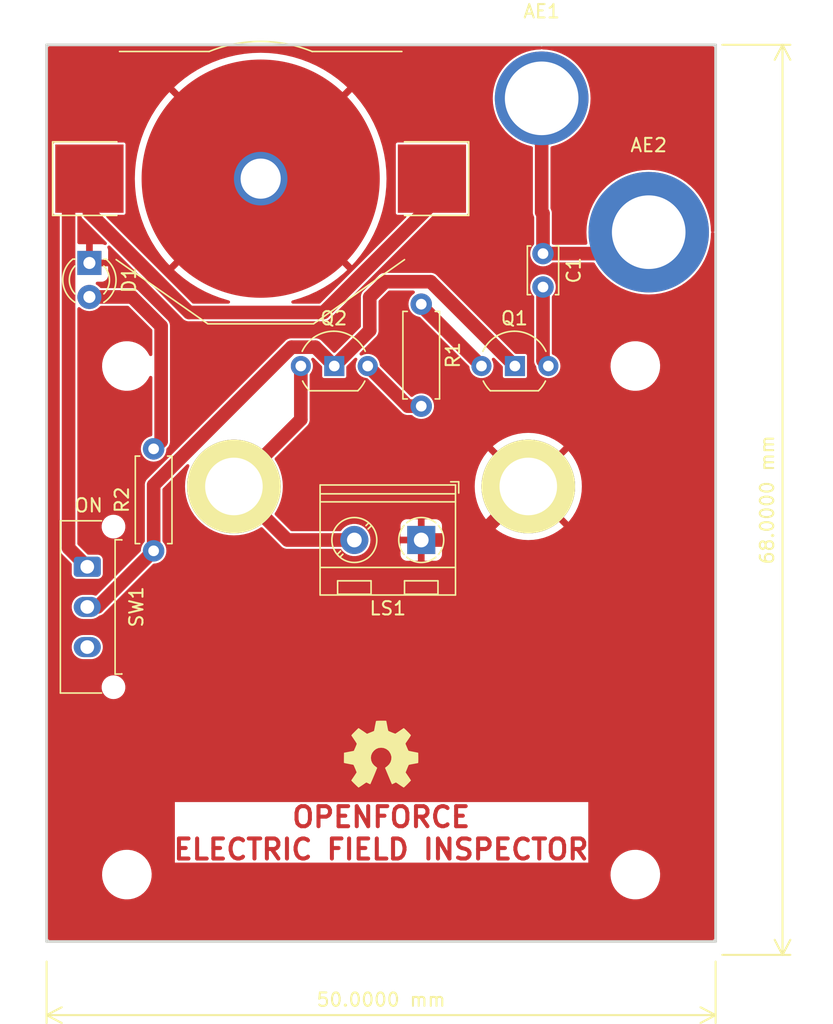
<source format=kicad_pcb>
(kicad_pcb (version 20221018) (generator pcbnew)
  (title_block (date "26 jul 2013"))
  (layers (0 "F.Cu" signal) (31 "B.Cu" signal) (34 "B.Paste" user) (35 "F.Paste" user) (36 "B.SilkS" user "B.Silkscreen") (37 "F.SilkS" user "F.Silkscreen") (38 "B.Mask" user) (39 "F.Mask" user) (44 "Edge.Cuts" user))
  (net 0 "")
  (net 1 "Net-(BT1-+)")
  (net 2 "GND")
  (net 3 "Net-(AE1-A)")
  (net 4 "Net-(Q1-B)")
  (net 5 "Net-(LS1-+)")
  (net 6 "Net-(Q1-C)")
  (net 7 "Net-(Q1-E)")
  (net 8 "Net-(Q2-B)")
  (net 9 "Net-(D1-A)")
  (footprint "TerminalBlock_RND:TerminalBlock_RND_205-00045_1x02_P5.00mm_Horizontal" (layer "F.Cu") (at 128 94 180)
    (fp_text reference "LS1" (at 2.5 -5.11) (layer "F.SilkS"))
    (fp_text value "Earphone")
    (fp_line (start -2.8 3.51) (end -2.8 4.35) (stroke (width 0.12)) (layer "F.SilkS"))
    (fp_line (start -2.8 4.35) (end -2.2 4.35) (stroke (width 0.12)) (layer "F.SilkS"))
    (fp_line (start -2.56 -4.11) (end -2.56 4.11) (stroke (width 0.12)) (layer "F.SilkS"))
    (fp_line (start -2.56 -4.11) (end 7.56 -4.11) (stroke (width 0.12)) (layer "F.SilkS"))
    (fp_line (start -2.56 -2.05) (end 7.56 -2.05) (stroke (width 0.12)) (layer "F.SilkS"))
    (fp_line (start -2.56 2.85) (end 7.56 2.85) (stroke (width 0.12)) (layer "F.SilkS"))
    (fp_line (start -2.56 3.45) (end 7.56 3.45) (stroke (width 0.12)) (layer "F.SilkS"))
    (fp_line (start -2.56 4.11) (end 7.56 4.11) (stroke (width 0.12)) (layer "F.SilkS"))
    (fp_line (start -1.25 -4.05) (end -1.25 -3.05) (stroke (width 0.12)) (layer "F.SilkS"))
    (fp_line (start -1.25 -4.05) (end 1.25 -4.05) (stroke (width 0.12)) (layer "F.SilkS"))
    (fp_line (start -1.25 -3.05) (end 1.25 -3.05) (stroke (width 0.12)) (layer "F.SilkS"))
    (fp_line (start 1.25 -4.05) (end 1.25 -3.05) (stroke (width 0.12)) (layer "F.SilkS"))
    (fp_line (start 3.75 -4.05) (end 3.75 -3.05) (stroke (width 0.12)) (layer "F.SilkS"))
    (fp_line (start 3.75 -4.05) (end 6.25 -4.05) (stroke (width 0.12)) (layer "F.SilkS"))
    (fp_line (start 3.75 -3.05) (end 6.25 -3.05) (stroke (width 0.12)) (layer "F.SilkS"))
    (fp_line (start 3.972 0.823) (end 3.726 1.069) (stroke (width 0.12)) (layer "F.SilkS"))
    (fp_line (start 4.13 1.075) (end 3.931 1.274) (stroke (width 0.12)) (layer "F.SilkS"))
    (fp_line (start 6.07 -1.275) (end 5.859 -1.064) (stroke (width 0.12)) (layer "F.SilkS"))
    (fp_line (start 6.25 -4.05) (end 6.25 -3.05) (stroke (width 0.12)) (layer "F.SilkS"))
    (fp_line (start 6.275 -1.069) (end 6.029 -0.823) (stroke (width 0.12)) (layer "F.SilkS"))
    (fp_line (start 7.56 -4.11) (end 7.56 4.11) (stroke (width 0.12)) (layer "F.SilkS"))
    (fp_arc (start -1.288062 1.079734) (mid -1.680752 -0.000826) (end -1.287 -1.081) (stroke (width 0.12)) (layer "F.SilkS"))
    (fp_arc (start -1.079908 -1.287078) (mid 0.00006 -1.68011) (end 1.08 -1.287) (stroke (width 0.12)) (layer "F.SilkS"))
    (fp_arc (start 0.028507 1.680511) (mid -0.561826 1.584071) (end -1.081 1.287) (stroke (width 0.12)) (layer "F.SilkS"))
    (fp_arc (start 1.079883 1.286955) (mid 0.574594 1.578684) (end 0 1.68) (stroke (width 0.12)) (layer "F.SilkS"))
    (fp_arc (start 1.287078 -1.079908) (mid 1.68011 0.00006) (end 1.287 1.08) (stroke (width 0.12)) (layer "F.SilkS"))
    (fp_circle (center 5 0) (end 6.68 0) (stroke (width 0.12)) (fill none) (layer "F.SilkS"))
    (pad "1" thru_hole rect (at 0 0 180) (size 2.1 2.1) (drill 1.1) (layers "*.Cu" "*.Mask") (net 2 "GND"))
    (pad "2" thru_hole circle (at 5 0 180) (size 2.1 2.1) (drill 1.1) (layers "*.Cu" "*.Mask") (net 5 "Net-(LS1-+)"))
  )
  (footprint "MountingHole:MountingHole_5.5mm_Pad" (layer "F.Cu") (at 137 61)
    (fp_text reference "AE1" (at 0 -6.5) (layer "F.SilkS"))
    (fp_text value "Antenna")
    (pad "1" thru_hole circle (at 0 0) (size 7 7) (drill 5.5) (layers "*.Cu" "*.Mask") (net 3 "Net-(AE1-A)"))
  )
  (footprint "Package_TO_SOT_THT:TO-92_Inline_Wide" (layer "F.Cu") (at 118.92 81)
    (fp_text reference "Q2" (at 2.54 -3.56) (layer "F.SilkS"))
    (fp_text value "NPN")
    (fp_line (start 0.74 1.85) (end 4.34 1.85) (stroke (width 0.12)) (layer "F.SilkS"))
    (fp_arc (start 0.1836 -1.098807) (mid 1.143021 -2.192817) (end 2.54 -2.6) (stroke (width 0.12)) (layer "F.SilkS"))
    (fp_arc (start 0.74 1.85) (mid 0.446097 1.509328) (end 0.215816 1.122795) (stroke (width 0.12)) (layer "F.SilkS"))
    (fp_arc (start 2.54 -2.6) (mid 3.936979 -2.192818) (end 4.8964 -1.098807) (stroke (width 0.12)) (layer "F.SilkS"))
    (fp_arc (start 4.864184 1.122795) (mid 4.633903 1.509328) (end 4.34 1.85) (stroke (width 0.12)) (layer "F.SilkS"))
    (pad "1" thru_hole rect (at 2.58 0) (size 1.5 1.5) (drill 0.8) (layers "*.Cu" "*.Mask") (net 6 "Net-(Q1-C)"))
    (pad "2" thru_hole circle (at 5.08 0) (size 1.5 1.5) (drill 0.8) (layers "*.Cu" "*.Mask") (net 8 "Net-(Q2-B)"))
    (pad "3" thru_hole circle (at 0.08 0) (size 1.5 1.5) (drill 0.8) (layers "*.Cu" "*.Mask") (net 5 "Net-(LS1-+)"))
  )
  (footprint "Resistor_THT:R_Axial_DIN0207_L6.3mm_D2.5mm_P7.62mm_Horizontal" (layer "F.Cu") (at 128 76.38 -90)
    (fp_text reference "R1" (at 3.81 -2.37 90) (layer "F.SilkS"))
    (fp_text value "2.2k")
    (fp_line (start 0.54 -1.37) (end 7.08 -1.37) (stroke (width 0.12)) (layer "F.SilkS"))
    (fp_line (start 0.54 -1.04) (end 0.54 -1.37) (stroke (width 0.12)) (layer "F.SilkS"))
    (fp_line (start 0.54 1.04) (end 0.54 1.37) (stroke (width 0.12)) (layer "F.SilkS"))
    (fp_line (start 0.54 1.37) (end 7.08 1.37) (stroke (width 0.12)) (layer "F.SilkS"))
    (fp_line (start 7.08 -1.37) (end 7.08 -1.04) (stroke (width 0.12)) (layer "F.SilkS"))
    (fp_line (start 7.08 1.37) (end 7.08 1.04) (stroke (width 0.12)) (layer "F.SilkS"))
    (pad "1" thru_hole circle (at 0 0 270) (size 1.6 1.6) (drill 0.8) (layers "*.Cu" "*.Mask") (net 7 "Net-(Q1-E)"))
    (pad "2" thru_hole oval (at 7.62 0 270) (size 1.6 1.6) (drill 0.8) (layers "*.Cu" "*.Mask") (net 8 "Net-(Q2-B)"))
  )
  (footprint "LED_THT:LED_D3.0mm" (layer "F.Cu") (at 103.2 73.3 -90)
    (fp_text reference "D1" (at 1.27 -2.96 90) (layer "F.SilkS"))
    (fp_text value "LED")
    (fp_line (start -0.29 -1.236) (end -0.29 -1.08) (stroke (width 0.12)) (layer "F.SilkS"))
    (fp_line (start -0.29 1.08) (end -0.29 1.236) (stroke (width 0.12)) (layer "F.SilkS"))
    (fp_arc (start -0.29 -1.235516) (mid 1.366487 -1.987659) (end 2.942335 -1.078608) (stroke (width 0.12)) (layer "F.SilkS"))
    (fp_arc (start 0.229039 -1.08) (mid 1.270117 -1.5) (end 2.31113 -1.079837) (stroke (width 0.12)) (layer "F.SilkS"))
    (fp_arc (start 2.31113 1.079837) (mid 1.270117 1.5) (end 0.229039 1.08) (stroke (width 0.12)) (layer "F.SilkS"))
    (fp_arc (start 2.942335 1.078608) (mid 1.366487 1.987659) (end -0.29 1.235516) (stroke (width 0.12)) (layer "F.SilkS"))
    (pad "1" thru_hole rect (at 0 0 270) (size 1.8 1.8) (drill 0.9) (layers "*.Cu" "*.Mask") (net 2 "GND"))
    (pad "2" thru_hole circle (at 2.54 0 270) (size 1.8 1.8) (drill 0.9) (layers "*.Cu" "*.Mask") (net 9 "Net-(D1-A)"))
  )
  (footprint "Connector_Molex:Molex_Micro-Fit_3.0_43650-0315_1x03_P3.00mm_Vertical" (layer "F.Cu") (at 103.04 96 -90)
    (fp_text reference "SW1" (at 3 -3.67 90) (layer "F.SilkS"))
    (fp_text value "SW_SPDT")
    (fp_line (start -3.435 -1.065) (end -3.435 2.01) (stroke (width 0.12)) (layer "F.SilkS"))
    (fp_line (start -3.435 2.01) (end 9.435 2.01) (stroke (width 0.12)) (layer "F.SilkS"))
    (fp_line (start -2.015 -2.58) (end -2.015 -2.08) (stroke (width 0.12)) (layer "F.SilkS"))
    (fp_line (start -2.015 -2.08) (end 8.015 -2.08) (stroke (width 0.12)) (layer "F.SilkS"))
    (fp_line (start -1.995 -2.58) (end -2.015 -2.58) (stroke (width 0.12)) (layer "F.SilkS"))
    (fp_line (start 8.015 -2.58) (end 7.995 -2.58) (stroke (width 0.12)) (layer "F.SilkS"))
    (fp_line (start 8.015 -2.08) (end 8.015 -2.58) (stroke (width 0.12)) (layer "F.SilkS"))
    (fp_line (start 9.435 2.01) (end 9.435 -1.065) (stroke (width 0.12)) (layer "F.SilkS"))
    (pad "" np_thru_hole circle (at -3 -1.96 270) (size 1.27 1.27) (drill 1.27) (layers "*.Cu" "*.Mask"))
    (pad "" np_thru_hole circle (at 9 -1.96 270) (size 1.27 1.27) (drill 1.27) (layers "*.Cu" "*.Mask"))
    (pad "1" thru_hole roundrect (at 0 0 270) (size 1.5 2.02) (drill 1.02) (layers "*.Cu" "*.Mask") (roundrect_rratio 0.1666673333) (net 1 "Net-(BT1-+)"))
    (pad "2" thru_hole oval (at 3 0 270) (size 1.5 2.02) (drill 1.02) (layers "*.Cu" "*.Mask") (net 6 "Net-(Q1-C)"))
    (pad "3" thru_hole oval (at 6 0 270) (size 1.5 2.02) (drill 1.02) (layers "*.Cu" "*.Mask"))
  )
  (footprint "Package_TO_SOT_THT:TO-92_Inline_Wide" (layer "F.Cu") (at 132.42 81)
    (fp_text reference "Q1" (at 2.54 -3.56) (layer "F.SilkS"))
    (fp_text value "NPN")
    (fp_line (start 0.74 1.85) (end 4.34 1.85) (stroke (width 0.12)) (layer "F.SilkS"))
    (fp_arc (start 0.1836 -1.098807) (mid 1.143021 -2.192817) (end 2.54 -2.6) (stroke (width 0.12)) (layer "F.SilkS"))
    (fp_arc (start 0.74 1.85) (mid 0.446097 1.509328) (end 0.215816 1.122795) (stroke (width 0.12)) (layer "F.SilkS"))
    (fp_arc (start 2.54 -2.6) (mid 3.936979 -2.192818) (end 4.8964 -1.098807) (stroke (width 0.12)) (layer "F.SilkS"))
    (fp_arc (start 4.864184 1.122795) (mid 4.633903 1.509328) (end 4.34 1.85) (stroke (width 0.12)) (layer "F.SilkS"))
    (pad "1" thru_hole rect (at 2.58 0) (size 1.5 1.5) (drill 0.8) (layers "*.Cu" "*.Mask") (net 6 "Net-(Q1-C)"))
    (pad "2" thru_hole circle (at 5.08 0) (size 1.5 1.5) (drill 0.8) (layers "*.Cu" "*.Mask") (net 4 "Net-(Q1-B)"))
    (pad "3" thru_hole circle (at 0.08 0) (size 1.5 1.5) (drill 0.8) (layers "*.Cu" "*.Mask") (net 7 "Net-(Q1-E)"))
  )
  (footprint "Resistor_THT:R_Axial_DIN0207_L6.3mm_D2.5mm_P7.62mm_Horizontal" (layer "F.Cu") (at 108 94.81 90)
    (fp_text reference "R2" (at 3.81 -2.37 90) (layer "F.SilkS"))
    (fp_text value "2.2k")
    (fp_line (start 0.54 -1.37) (end 7.08 -1.37) (stroke (width 0.12)) (layer "F.SilkS"))
    (fp_line (start 0.54 -1.04) (end 0.54 -1.37) (stroke (width 0.12)) (layer "F.SilkS"))
    (fp_line (start 0.54 1.04) (end 0.54 1.37) (stroke (width 0.12)) (layer "F.SilkS"))
    (fp_line (start 0.54 1.37) (end 7.08 1.37) (stroke (width 0.12)) (layer "F.SilkS"))
    (fp_line (start 7.08 -1.37) (end 7.08 -1.04) (stroke (width 0.12)) (layer "F.SilkS"))
    (fp_line (start 7.08 1.37) (end 7.08 1.04) (stroke (width 0.12)) (layer "F.SilkS"))
    (pad "1" thru_hole circle (at 0 0 90) (size 1.6 1.6) (drill 0.8) (layers "*.Cu" "*.Mask") (net 6 "Net-(Q1-C)"))
    (pad "2" thru_hole oval (at 7.62 0 90) (size 1.6 1.6) (drill 0.8) (layers "*.Cu" "*.Mask") (net 9 "Net-(D1-A)"))
  )
  (footprint "Battery:BatteryHolder_Keystone_3002_1x2032" (layer "F.Cu") (at 116 67)
    (fp_text reference "BT1" hide)
    (fp_text value "Battery_Cell" hide)
    (fp_line (start -15.55 -2.75) (end -15.55 2.75) (stroke (width 0.12)) (layer "F.SilkS"))
    (fp_line (start -15.55 2.75) (end -10.75 2.75) (stroke (width 0.12)) (layer "F.SilkS"))
    (fp_line (start -10.8 6.05) (end -3.95 10.85) (stroke (width 0.12)) (layer "F.SilkS"))
    (fp_line (start -10.75 -2.75) (end -15.55 -2.75) (stroke (width 0.12)) (layer "F.SilkS"))
    (fp_line (start -10.55 -9.5) (end -3.85 -9.5) (stroke (width 0.12)) (layer "F.SilkS"))
    (fp_line (start -3.95 10.85) (end 3.95 10.85) (stroke (width 0.12)) (layer "F.SilkS"))
    (fp_line (start 3.95 10.85) (end 10.75 6.05) (stroke (width 0.12)) (layer "F.SilkS"))
    (fp_line (start 10.55 -9.5) (end 3.85 -9.5) (stroke (width 0.12)) (layer "F.SilkS"))
    (fp_line (start 10.75 2.75) (end 15.55 2.75) (stroke (width 0.12)) (layer "F.SilkS"))
    (fp_line (start 15.55 -2.75) (end 10.75 -2.75) (stroke (width 0.12)) (layer "F.SilkS"))
    (fp_line (start 15.55 2.75) (end 15.55 -2.75) (stroke (width 0.12)) (layer "F.SilkS"))
    (fp_arc (start -3.846385 -9.501464) (mid 0.00195 -10.250487) (end 3.85 -9.5) (stroke (width 0.12)) (layer "F.SilkS"))
    (pad "1" smd rect (at -12.8 0) (size 5.1 5.1) (layers "F.Cu" "F.Paste" "F.Mask") (net 1 "Net-(BT1-+)"))
    (pad "1" smd rect (at 12.8 0) (size 5.1 5.1) (layers "F.Cu" "F.Paste" "F.Mask") (net 1 "Net-(BT1-+)"))
    (pad "2" smd circle (at 0 0) (size 17.8 17.8) (layers "F.Cu" "F.Mask") (net 2 "GND"))
  )
  (footprint "library:2x1_7.62mmScrewTerminal" (layer "F.Cu") (at 125 90)
    (fp_text reference "MES1" hide)
    (fp_text value "Ammeter_AC" hide)
    (pad "1" thru_hole circle (at 11 0) (size 7 7) (drill 4.3) (layers "*.Cu" "*.Mask" "F.SilkS") (net 2 "GND"))
    (pad "2" thru_hole circle (at -11 0) (size 7 7) (drill 4.3) (layers "*.Cu" "*.Mask" "F.SilkS") (net 5 "Net-(LS1-+)"))
  )
  (footprint "MountingHole:MountingHole_3.2mm_M3" (layer "F.Cu") (at 144 81)
    (fp_text reference "REF**" hide)
    (fp_text value "MountingHole_3.2mm_M3")
    (pad "" np_thru_hole circle (at 0 0) (size 3.2 3.2) (drill 3.2) (layers "F&B.Cu" "*.Mask"))
  )
  (footprint "library:OSHW_LOGL_SYLK_5mm" (layer "F.Cu") (at 125 110)
    (fp_text reference "OSHW" hide)
    (fp_text value "1.1" hide)
    (fp_poly (pts (xy -1.68656 2.49936) (xy -1.65608 2.48412) (xy -1.59258 2.44348) (xy -1.4986 2.38252) (xy -1.38938 2.30886) (xy -1.27762 2.23266) (xy -1.18872 2.1717) (xy -1.12522 2.13106) (xy -1.09728 2.11836) (xy -1.08458 2.12344) (xy -1.03124 2.14884) (xy -0.95504 2.18694) (xy -0.91186 2.2098) (xy -0.84074 2.24028) (xy -0.80772 2.24536) (xy -0.8001 2.23774) (xy -0.7747 2.1844) (xy -0.7366 2.09296) (xy -0.68326 1.97104) (xy -0.6223 1.83134) (xy -0.5588 1.67894) (xy -0.49276 1.524) (xy -0.4318 1.37414) (xy -0.37846 1.24206) (xy -0.33528 1.13284) (xy -0.3048 1.05918) (xy -0.29464 1.02616) (xy -0.29718 1.01854) (xy -0.33274 0.98552) (xy -0.3937 0.9398) (xy -0.52578 0.83312) (xy -0.65532 0.67056) (xy -0.73406 0.48514) (xy -0.762 0.28194) (xy -0.73914 0.09144) (xy -0.66294 -0.09144) (xy -0.53594 -0.254) (xy -0.38354 -0.37592) (xy -0.2032 -0.45466) (xy 0 -0.47752) (xy 0.19304 -0.4572) (xy 0.37846 -0.38354) (xy 0.54356 -0.25908) (xy 0.61214 -0.1778) (xy 0.70866 -0.0127) (xy 0.762 0.1651) (xy 0.76962 0.21082) (xy 0.75946 0.4064) (xy 0.70358 0.59182) (xy 0.59944 0.75946) (xy 0.4572 0.89662) (xy 0.43942 0.91186) (xy 0.37084 0.96012) (xy 0.32766 0.99568) (xy 0.2921 1.02362) (xy 0.54102 1.62306) (xy 0.58166 1.71704) (xy 0.65024 1.88214) (xy 0.70866 2.02184) (xy 0.75692 2.1336) (xy 0.78994 2.2098) (xy 0.80518 2.24028) (xy 0.80772 2.24028) (xy 0.82804 2.24536) (xy 0.87376 2.22758) (xy 0.95758 2.18694) (xy 1.01346 2.159) (xy 1.07696 2.12852) (xy 1.1049 2.11836) (xy 1.1303 2.13106) (xy 1.19126 2.16916) (xy 1.28016 2.23012) (xy 1.38684 2.30378) (xy 1.48844 2.37236) (xy 1.58242 2.43332) (xy 1.651 2.4765) (xy 1.68402 2.49428) (xy 1.6891 2.49428) (xy 1.71958 2.47904) (xy 1.77292 2.43332) (xy 1.8542 2.35712) (xy 1.97104 2.24282) (xy 1.98882 2.22504) (xy 2.0828 2.12852) (xy 2.159 2.04724) (xy 2.21234 1.99136) (xy 2.23012 1.96342) (xy 2.21234 1.9304) (xy 2.16916 1.86436) (xy 2.1082 1.76784) (xy 2.032 1.65608) (xy 1.83388 1.36906) (xy 1.9431 1.09728) (xy 1.97612 1.01346) (xy 2.0193 0.91186) (xy 2.04978 0.84074) (xy 2.06502 0.80772) (xy 2.0955 0.79756) (xy 2.16916 0.77978) (xy 2.27838 0.75692) (xy 2.40792 0.73406) (xy 2.52984 0.7112) (xy 2.63906 0.69088) (xy 2.72034 0.67564) (xy 2.7559 0.66802) (xy 2.76606 0.66294) (xy 2.77114 0.64516) (xy 2.77622 0.60706) (xy 2.77876 0.54102) (xy 2.7813 0.43434) (xy 2.7813 0.28194) (xy 2.7813 0.26416) (xy 2.77876 0.11684) (xy 2.77622 0.00254) (xy 2.77368 -0.07366) (xy 2.7686 -0.10414) (xy 2.73304 -0.11176) (xy 2.6543 -0.12954) (xy 2.54508 -0.14986) (xy 2.413 -0.17526) (xy 2.40284 -0.1778) (xy 2.2733 -0.2032) (xy 2.16154 -0.22606) (xy 2.08534 -0.24384) (xy 2.05232 -0.254) (xy 2.0447 -0.26416) (xy 2.0193 -0.31496) (xy 1.9812 -0.39624) (xy 1.93802 -0.4953) (xy 1.89484 -0.59944) (xy 1.85674 -0.69088) (xy 1.83134 -0.762) (xy 1.82372 -0.79248) (xy 1.82626 -0.79248) (xy 1.84404 -0.8255) (xy 1.88976 -0.89408) (xy 1.95326 -0.98806) (xy 2.032 -1.09982) (xy 2.03708 -1.10744) (xy 2.11328 -1.2192) (xy 2.17424 -1.31318) (xy 2.21488 -1.38176) (xy 2.23012 -1.41224) (xy 2.20472 -1.44526) (xy 2.14884 -1.50876) (xy 2.06756 -1.59512) (xy 1.9685 -1.69164) (xy 1.93802 -1.72212) (xy 1.83134 -1.8288) (xy 1.75514 -1.89738) (xy 1.70942 -1.93548) (xy 1.68656 -1.9431) (xy 1.68402 -1.9431) (xy 1.651 -1.92278) (xy 1.58242 -1.87706) (xy 1.4859 -1.81102) (xy 1.37414 -1.73482) (xy 1.36652 -1.72974) (xy 1.25476 -1.65354) (xy 1.16078 -1.59004) (xy 1.09474 -1.54686) (xy 1.0668 -1.52908) (xy 1.06172 -1.52908) (xy 1.016 -1.54432) (xy 0.93726 -1.57226) (xy 0.84074 -1.60782) (xy 0.7366 -1.651) (xy 0.64516 -1.6891) (xy 0.57404 -1.72212) (xy 0.54102 -1.7399) (xy 0.54102 -1.74244) (xy 0.52832 -1.78054) (xy 0.508 -1.86436) (xy 0.48514 -1.97866) (xy 0.45974 -2.11582) (xy 0.45466 -2.13868) (xy 0.42926 -2.27076) (xy 0.40894 -2.37998) (xy 0.3937 -2.45618) (xy 0.38608 -2.48666) (xy 0.36576 -2.49174) (xy 0.30226 -2.49682) (xy 0.2032 -2.49936) (xy 0.08382 -2.49936) (xy -0.04064 -2.49936) (xy -0.1651 -2.49682) (xy -0.26924 -2.49174) (xy -0.34544 -2.48666) (xy -0.37592 -2.48158) (xy -0.37592 -2.47904) (xy -0.38862 -2.4384) (xy -0.4064 -2.35458) (xy -0.42926 -2.24028) (xy -0.4572 -2.10312) (xy -0.46228 -2.07772) (xy -0.48514 -1.94564) (xy -0.508 -1.83896) (xy -0.52324 -1.76276) (xy -0.5334 -1.73482) (xy -0.54356 -1.7272) (xy -0.59944 -1.70434) (xy -0.68834 -1.66624) (xy -0.79756 -1.62306) (xy -1.05156 -1.51892) (xy -1.36398 -1.73482) (xy -1.39446 -1.7526) (xy -1.50622 -1.8288) (xy -1.59766 -1.8923) (xy -1.66116 -1.93294) (xy -1.6891 -1.94818) (xy -1.69164 -1.94564) (xy -1.72212 -1.92024) (xy -1.78308 -1.86182) (xy -1.86944 -1.778) (xy -1.96596 -1.68148) (xy -2.03962 -1.60782) (xy -2.12598 -1.52146) (xy -2.17932 -1.46304) (xy -2.2098 -1.42494) (xy -2.21996 -1.40208) (xy -2.21742 -1.38684) (xy -2.1971 -1.35382) (xy -2.15138 -1.28524) (xy -2.08788 -1.19126) (xy -2.01168 -1.0795) (xy -1.94818 -0.98806) (xy -1.88214 -0.88392) (xy -1.83642 -0.80772) (xy -1.82118 -0.77216) (xy -1.82626 -0.75692) (xy -1.84658 -0.69596) (xy -1.88468 -0.60198) (xy -1.9304 -0.49276) (xy -2.03962 -0.24638) (xy -2.20218 -0.21336) (xy -2.30124 -0.19558) (xy -2.4384 -0.17018) (xy -2.56794 -0.14478) (xy -2.77368 -0.10414) (xy -2.7813 0.6477) (xy -2.75082 0.66294) (xy -2.72034 0.67056) (xy -2.64414 0.68834) (xy -2.53492 0.70866) (xy -2.40792 0.73406) (xy -2.2987 0.75438) (xy -2.18694 0.7747) (xy -2.1082 0.78994) (xy -2.07264 0.79756) (xy -2.06502 0.80772) (xy -2.03708 0.86106) (xy -1.99898 0.94742) (xy -1.9558 1.04902) (xy -1.91008 1.15316) (xy -1.87198 1.25222) (xy -1.84404 1.32588) (xy -1.83388 1.36398) (xy -1.84912 1.39192) (xy -1.8923 1.45796) (xy -1.95326 1.5494) (xy -2.02692 1.65862) (xy -2.10058 1.76784) (xy -2.16408 1.86182) (xy -2.20726 1.92786) (xy -2.22758 1.95834) (xy -2.21742 1.9812) (xy -2.17424 2.032) (xy -2.09042 2.11836) (xy -1.9685 2.24028) (xy -1.94818 2.25806) (xy -1.85166 2.35204) (xy -1.76784 2.42824) (xy -1.71196 2.47904) (xy -1.68656 2.49936)) (stroke (width 0.00254)) (fill solid) (layer "F.SilkS"))
  )
  (footprint "MountingHole:MountingHole_3.2mm_M3" (layer "F.Cu") (at 106 119)
    (fp_text reference "REF**" hide)
    (fp_text value "MountingHole_3.2mm_M3")
    (pad "" np_thru_hole circle (at 0 0) (size 3.2 3.2) (drill 3.2) (layers "F&B.Cu" "*.Mask"))
  )
  (footprint "MountingHole:MountingHole_3.2mm_M3" (layer "F.Cu") (at 106 81)
    (fp_text reference "REF**" hide)
    (fp_text value "MountingHole_3.2mm_M3")
    (pad "" np_thru_hole circle (at 0 0) (size 3.2 3.2) (drill 3.2) (layers "*.Cu" "*.Mask"))
  )
  (footprint "MountingHole:MountingHole_3.2mm_M3" (layer "F.Cu") (at 144 119)
    (fp_text reference "REF**" hide)
    (fp_text value "MountingHole_3.2mm_M3")
    (pad "" np_thru_hole circle (at 0 0) (size 3.2 3.2) (drill 3.2) (layers "F&B.Cu" "*.Mask"))
  )
  (footprint "Capacitor_THT:C_Disc_D3.4mm_W2.1mm_P2.50mm" (layer "F.Cu") (at 137.1 72.6 -90)
    (fp_text reference "C1" (at 1.25 -2.3 90) (layer "F.SilkS"))
    (fp_text value "0.1uF")
    (fp_line (start -0.57 -1.17) (end -0.57 -0.925) (stroke (width 0.12)) (layer "F.SilkS"))
    (fp_line (start -0.57 -1.17) (end 3.07 -1.17) (stroke (width 0.12)) (layer "F.SilkS"))
    (fp_line (start -0.57 0.925) (end -0.57 1.17) (stroke (width 0.12)) (layer "F.SilkS"))
    (fp_line (start -0.57 1.17) (end 3.07 1.17) (stroke (width 0.12)) (layer "F.SilkS"))
    (fp_line (start 3.07 -1.17) (end 3.07 -0.925) (stroke (width 0.12)) (layer "F.SilkS"))
    (fp_line (start 3.07 0.925) (end 3.07 1.17) (stroke (width 0.12)) (layer "F.SilkS"))
    (pad "1" thru_hole circle (at 0 0 270) (size 1.6 1.6) (drill 0.8) (layers "*.Cu" "*.Mask") (net 3 "Net-(AE1-A)"))
    (pad "2" thru_hole circle (at 2.5 0 270) (size 1.6 1.6) (drill 0.8) (layers "*.Cu" "*.Mask") (net 4 "Net-(Q1-B)"))
  )
  (footprint "MountingHole:MountingHole_5.5mm_Pad" (layer "F.Cu") (at 145 71)
    (fp_text reference "AE2" (at 0 -6.5) (layer "F.SilkS"))
    (fp_text value "Antenna")
    (pad "1" thru_hole circle (at 0 0) (size 9 9) (drill 5.5) (layers "*.Cu" "*.Mask") (net 3 "Net-(AE1-A)"))
  )
  (gr_line (start 150 124) (end 150 57) (stroke (width 0.2)) (layer "Edge.Cuts"))
  (gr_line (start 100 57) (end 100 124) (stroke (width 0.2)) (layer "Edge.Cuts"))
  (gr_line (start 100 124) (end 150 124) (stroke (width 0.2)) (layer "Edge.Cuts"))
  (gr_line (start 100 57) (end 150 57) (stroke (width 0.2)) (layer "Edge.Cuts"))
  (gr_text "OPENFORCE\nELECTRIC FIELD INSPECTOR" (at 125 118) (layer "F.Cu") (effects (font (size 1.5 1.5) (thickness 0.3) bold) (justify bottom)))
  (gr_text "ON" (at 102 92) (layer "F.SilkS") (effects (font (size 1 1)) (justify left bottom)))
  (dimension (type aligned) (layer "F.SilkS") (pts (xy 100 125) (xy 150 125)) (height 4.5) (gr_text "50.0000 mm" (at 125 128.35) (layer "F.SilkS") (effects (font (size 1 1) (thickness 0.15)))) (format (prefix "") (suffix "") (units 3) (units_format 1) (precision 4)) (style (thickness 0.15) (arrow_length 1.27) (text_position_mode 0) (extension_height 0.58642) (extension_offset 0.5) keep_text_aligned))
  (dimension (type aligned) (layer "F.SilkS") (pts (xy 150 125) (xy 150 57)) (height 5) (gr_text "68.0000 mm" (at 153.85 91 90) (layer "F.SilkS") (effects (font (size 1 1) (thickness 0.15)))) (format (prefix "") (suffix "") (units 3) (units_format 1) (precision 4)) (style (thickness 0.15) (arrow_length 1.27) (text_position_mode 0) (extension_height 0.58642) (extension_offset 0.5) keep_text_aligned))
  (segment (start 103.04 96) (end 101.642 94.602) (width 1.016) (layer "F.Cu") (net 1))
  (segment (start 101.642 68.558) (end 103.2 67) (width 1.016) (layer "F.Cu") (net 1))
  (segment (start 128.8 68.9) (end 128.8 67) (width 1.016) (layer "F.Cu") (net 1))
  (segment (start 103.2 69.55) (end 110.65 77) (width 1.016) (layer "F.Cu") (net 1))
  (segment (start 101.642 94.602) (end 101.642 68.558) (width 1.016) (layer "F.Cu") (net 1))
  (segment (start 120.7 77) (end 128.8 68.9) (width 1.016) (layer "F.Cu") (net 1))
  (segment (start 103.2 67) (end 103.2 69.55) (width 1.016) (layer "F.Cu") (net 1))
  (segment (start 110.65 77) (end 120.7 77) (width 1.016) (layer "F.Cu") (net 1))
  (segment (start 128 94) (end 132 94) (width 1.016) (layer "F.Cu") (net 2))
  (segment (start 132 94) (end 136 90) (width 1.016) (layer "F.Cu") (net 2))
  (via (at 116 67) (size 4) (drill 3) (layers "F.Cu" "B.Cu") (net 2))
  (segment (start 137 69.5) (end 137.1 69.6) (width 1.016) (layer "F.Cu") (net 3))
  (segment (start 137.1 69.6) (end 137.1 72.6) (width 1.016) (layer "F.Cu") (net 3))
  (segment (start 143.4 72.6) (end 145 71) (width 1.016) (layer "F.Cu") (net 3))
  (segment (start 137.1 72.6) (end 143.4 72.6) (width 1.016) (layer "F.Cu") (net 3))
  (segment (start 137 61) (end 137 69.5) (width 1.016) (layer "F.Cu") (net 3))
  (segment (start 137.1 75.1) (end 137.1 80.6) (width 1.016) (layer "F.Cu") (net 4))
  (segment (start 137.1 80.6) (end 137.5 81) (width 1.016) (layer "F.Cu") (net 4))
  (segment (start 123 94) (end 118 94) (width 1.016) (layer "F.Cu") (net 5))
  (segment (start 119 81) (end 119 85) (width 1.016) (layer "F.Cu") (net 5))
  (segment (start 118 94) (end 114 90) (width 1.016) (layer "F.Cu") (net 5))
  (segment (start 119 85) (end 114 90) (width 1.016) (layer "F.Cu") (net 5))
  (segment (start 118.308 79.592) (end 108 89.9) (width 1.016) (layer "F.Cu") (net 6))
  (segment (start 108 89.9) (end 108 94.81) (width 1.016) (layer "F.Cu") (net 6))
  (segment (start 103.81 99) (end 108 94.81) (width 1.016) (layer "F.Cu") (net 6))
  (segment (start 124.15 78.35) (end 124.15 75.85) (width 1.016) (layer "F.Cu") (net 6))
  (segment (start 121.5 81) (end 124.15 78.35) (width 1.016) (layer "F.Cu") (net 6))
  (segment (start 128.7 74.7) (end 135 81) (width 1.016) (layer "F.Cu") (net 6))
  (segment (start 103.04 99) (end 103.81 99) (width 1.016) (layer "F.Cu") (net 6))
  (segment (start 125.3 74.7) (end 128.7 74.7) (width 1.016) (layer "F.Cu") (net 6))
  (segment (start 124.15 75.85) (end 125.3 74.7) (width 1.016) (layer "F.Cu") (net 6))
  (segment (start 121.5 81) (end 120.092 79.592) (width 1.016) (layer "F.Cu") (net 6))
  (segment (start 120.092 79.592) (end 118.308 79.592) (width 1.016) (layer "F.Cu") (net 6))
  (segment (start 128 76.5) (end 132.5 81) (width 1.016) (layer "F.Cu") (net 7))
  (segment (start 128 76.38) (end 128 76.5) (width 1.016) (layer "F.Cu") (net 7))
  (segment (start 128 84) (end 127 84) (width 1.016) (layer "F.Cu") (net 8))
  (segment (start 127 84) (end 124 81) (width 1.016) (layer "F.Cu") (net 8))
  (segment (start 106.38 75.84) (end 108.562129 78.022129) (width 1.016) (layer "F.Cu") (net 9))
  (segment (start 108 87.19) (end 108.562129 86.627871) (width 1.016) (layer "F.Cu") (net 9))
  (segment (start 103.2 75.84) (end 106.38 75.84) (width 1.016) (layer "F.Cu") (net 9))
  (segment (start 108.562129 86.627871) (end 108.562129 78.022129) (width 1.016) (layer "F.Cu") (net 9))
  (zone (net 2) (net_name "GND") (layer "F.Cu") (connect_pads (clearance 0)) (min_thickness 0.25) (fill yes (thermal_gap 0.5) (thermal_bridge_width 0.5))
    (polygon (pts (xy 100 57) (xy 150 57) (xy 150 124) (xy 100 124)))
  )
)
</source>
